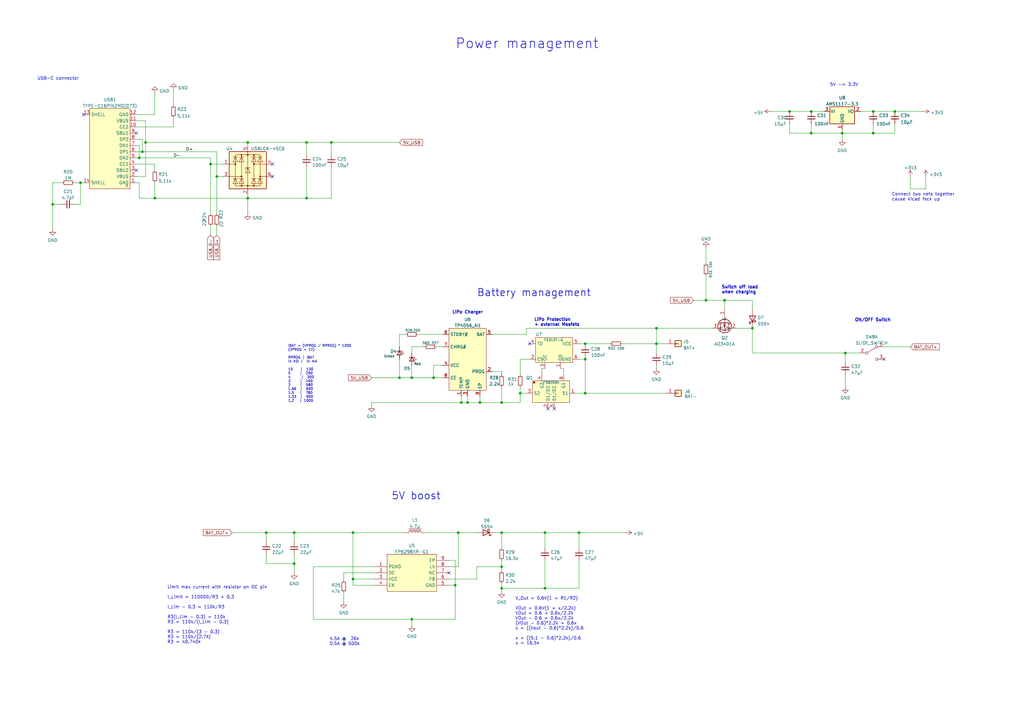
<source format=kicad_sch>
(kicad_sch (version 20211123) (generator eeschema)
  (paper "A3")
  (lib_symbols
    (symbol "Connector_Generic:Conn_01x01" (pin_names (offset 1.016) hide)
      (property "Reference" "J" (at 0 2.54 0))
      (property "Value" "Conn_01x01" (at 0 -2.54 0))
      (symbol "Conn_01x01_1_1"
        (rectangle (start -1.27 0.127) (end 0 -0.127) (stroke (width 0.1524)))
        (rectangle (start -1.27 1.27) (end 1.27 -1.27) (stroke (width 0.254)) (fill (type background)))
        (pin passive line (at -5.08 0 0) (length 3.81) (name "Pin_1") (number "1"))
      )
    )
    (symbol "D_Schottky_1" (pin_numbers hide) (pin_names (offset 1.016) hide)
      (property "Reference" "D" (at 0 2.54 0))
      (property "Value" "D_Schottky_1" (at 0 -2.54 0))
      (symbol "D_Schottky_1_0_1"
        (polyline (pts (xy 1.27 0) (xy -1.27 0)))
        (polyline (pts (xy 1.27 1.27) (xy 1.27 -1.27) (xy -1.27 0) (xy 1.27 1.27)) (stroke (width 0.254)))
        (polyline (pts (xy -1.905 0.635) (xy -1.905 1.27) (xy -1.27 1.27) (xy -1.27 -1.27) (xy -0.635 -1.27) (xy -0.635 -0.635)) (stroke (width 0.254)))
      )
      (symbol "D_Schottky_1_1_1"
        (pin passive line (at -3.81 0 0) (length 2.54) (name "K") (number "1"))
        (pin passive line (at 3.81 0 180) (length 2.54) (name "A") (number "2"))
      )
    )
    (symbol "Device:C_Small" (pin_numbers hide) (pin_names (offset 0.254) hide)
      (property "Reference" "C" (at 0.254 1.778 0))
      (property "Value" "C_Small" (at 0.254 -2.032 0))
      (symbol "C_Small_0_1"
        (polyline (pts (xy -1.524 -0.508) (xy 1.524 -0.508)) (stroke (width 0.3302)))
        (polyline (pts (xy -1.524 0.508) (xy 1.524 0.508)) (stroke (width 0.3048)))
      )
      (symbol "C_Small_1_1"
        (pin passive line (at 0 2.54 270) (length 2.032) (name "~") (number "1"))
        (pin passive line (at 0 -2.54 90) (length 2.032) (name "~") (number "2"))
      )
    )
    (symbol "Device:LED_Small" (pin_numbers hide) (pin_names (offset 0.254) hide)
      (property "Reference" "D" (at -1.27 3.175 0))
      (property "Value" "LED_Small" (at -4.445 -2.54 0))
      (symbol "LED_Small_0_1"
        (polyline (pts (xy -0.762 -1.016) (xy -0.762 1.016)) (stroke (width 0.254)))
        (polyline (pts (xy 1.016 0) (xy -0.762 0)))
        (polyline (pts (xy 0.762 -1.016) (xy -0.762 0) (xy 0.762 1.016) (xy 0.762 -1.016)) (stroke (width 0.254)))
        (polyline (pts (xy 0 0.762) (xy -0.508 1.27) (xy -0.254 1.27) (xy -0.508 1.27) (xy -0.508 1.016)))
        (polyline (pts (xy 0.508 1.27) (xy 0 1.778) (xy 0.254 1.778) (xy 0 1.778) (xy 0 1.524)))
      )
      (symbol "LED_Small_1_1"
        (pin passive line (at -2.54 0 0) (length 1.778) (name "K") (number "1"))
        (pin passive line (at 2.54 0 180) (length 1.778) (name "A") (number "2"))
      )
    )
    (symbol "Device:L_Iron" (pin_numbers hide) (pin_names (offset 1.016) hide)
      (property "Reference" "L" (at -1.27 0 90))
      (property "Value" "L_Iron" (at 2.794 0 90))
      (symbol "L_Iron_0_1"
        (arc (start 0 -2.54) (mid 0.635 -1.905) (end 0 -1.27))
        (arc (start 0 -1.27) (mid 0.635 -0.635) (end 0 0))
        (polyline (pts (xy 1.016 2.54) (xy 1.016 -2.54)))
        (polyline (pts (xy 1.524 -2.54) (xy 1.524 2.54)))
        (arc (start 0 0) (mid 0.635 0.635) (end 0 1.27))
        (arc (start 0 1.27) (mid 0.635 1.905) (end 0 2.54))
      )
      (symbol "L_Iron_1_1"
        (pin passive line (at 0 3.81 270) (length 1.27) (name "1") (number "1"))
        (pin passive line (at 0 -3.81 90) (length 1.27) (name "2") (number "2"))
      )
    )
    (symbol "Device:R_Small" (pin_numbers hide) (pin_names (offset 0.254) hide)
      (property "Reference" "R" (at 0.762 0.508 0))
      (property "Value" "R_Small" (at 0.762 -1.016 0))
      (symbol "R_Small_0_1"
        (rectangle (start -0.762 1.778) (end 0.762 -1.778) (stroke (width 0.2032)))
      )
      (symbol "R_Small_1_1"
        (pin passive line (at 0 2.54 270) (length 0.762) (name "~") (number "1"))
        (pin passive line (at 0 -2.54 90) (length 0.762) (name "~") (number "2"))
      )
    )
    (symbol "LCSC_Lib:FP6298XR-G1"
      (property "Reference" "U" (at 0 10.16 0))
      (property "Value" "FP6298XR-G1" (at 0 -10.16 0))
      (symbol "FP6298XR-G1_0_1"
        (rectangle (start -10.16 7.62) (end 10.16 -7.62) (fill (type background)))
        (pin unspecified line (at -15.24 2.54 0) (length 5.08) (name "PGND") (number "1"))
        (pin unspecified line (at -15.24 0 0) (length 5.08) (name "OC") (number "2"))
        (pin unspecified line (at -15.24 -2.54 0) (length 5.08) (name "VCC") (number "3"))
        (pin unspecified line (at -15.24 -5.08 0) (length 5.08) (name "EN") (number "4"))
        (pin unspecified line (at 15.24 -5.08 180) (length 5.08) (name "GND") (number "5"))
        (pin unspecified line (at 15.24 -2.54 180) (length 5.08) (name "FB") (number "6"))
        (pin unspecified line (at 15.24 0 180) (length 5.08) (name "NC") (number "7"))
        (pin unspecified line (at 15.24 2.54 180) (length 5.08) (name "LX") (number "8"))
        (pin unspecified line (at 15.24 5.08 180) (length 5.08) (name "EP") (number "9"))
      )
    )
    (symbol "LCSC_Lib:TYPE-C16PIN2MD(073)"
      (property "Reference" "USB" (at 0 19.05 0))
      (property "Value" "TYPE-C 16PIN 2MD(073)" (at 0 -19.05 0))
      (symbol "TYPE-C16PIN2MD(073)_0_1"
        (rectangle (start -8.89 16.51) (end 7.62 -16.51) (fill (type background)))
        (circle (center -7.62 15.24) (radius 0.38))
        (pin unspecified line (at -11.43 13.97 0) (length 2.54) (name "GND") (number "1"))
        (pin unspecified line (at -11.43 -8.89 0) (length 2.54) (name "CC2") (number "10"))
        (pin unspecified line (at -11.43 -11.43 0) (length 2.54) (name "VBUS") (number "11"))
        (pin unspecified line (at -11.43 -13.97 0) (length 2.54) (name "GND") (number "12"))
        (pin unspecified line (at 10.16 -13.97 180) (length 2.54) (name "SHELL") (number "13"))
        (pin unspecified line (at 10.16 13.97 180) (length 2.54) (name "SHELL") (number "14"))
        (pin unspecified line (at -11.43 11.43 0) (length 2.54) (name "VBUS") (number "2"))
        (pin unspecified line (at -11.43 8.89 0) (length 2.54) (name "SBU2") (number "3"))
        (pin unspecified line (at -11.43 6.35 0) (length 2.54) (name "CC1") (number "4"))
        (pin unspecified line (at -11.43 3.81 0) (length 2.54) (name "DN2") (number "5"))
        (pin unspecified line (at -11.43 1.27 0) (length 2.54) (name "DP1") (number "6"))
        (pin unspecified line (at -11.43 -1.27 0) (length 2.54) (name "DN1") (number "7"))
        (pin unspecified line (at -11.43 -3.81 0) (length 2.54) (name "DP2") (number "8"))
        (pin unspecified line (at -11.43 -6.35 0) (length 2.54) (name "SBU1") (number "9"))
      )
    )
    (symbol "Power_Protection:USBLC6-4SC6" (pin_names hide)
      (property "Reference" "U" (at 2.54 8.89 0))
      (property "Value" "USBLC6-4SC6" (at 2.54 -8.89 0))
      (symbol "USBLC6-4SC6_0_1"
        (rectangle (start -7.62 -7.62) (end 7.62 7.62) (stroke (width 0.254)) (fill (type background)))
        (circle (center -5.08 2.54) (radius 0.254) (fill (type outline)))
        (circle (center -2.54 -6.35) (radius 0.254) (fill (type outline)))
        (circle (center -2.54 -2.54) (radius 0.254) (fill (type outline)))
        (circle (center -2.54 6.35) (radius 0.254) (fill (type outline)))
        (rectangle (start -2.54 6.35) (end 2.54 -6.35))
        (circle (center 0 -6.35) (radius 0.254) (fill (type outline)))
        (polyline (pts (xy -5.08 2.54) (xy -7.62 2.54)))
        (polyline (pts (xy -4.064 -3.429) (xy -6.096 -3.429)))
        (polyline (pts (xy -4.064 5.461) (xy -6.096 5.461)))
        (polyline (pts (xy -2.54 -2.54) (xy -7.62 -2.54)))
        (polyline (pts (xy -1.524 -3.429) (xy -3.556 -3.429)))
        (polyline (pts (xy -1.524 5.461) (xy -3.556 5.461)))
        (polyline (pts (xy 0 -7.62) (xy 0 -6.35)))
        (polyline (pts (xy 0 -6.35) (xy 0 1.27)))
        (polyline (pts (xy 0 1.27) (xy 0 6.35)))
        (polyline (pts (xy 0 6.35) (xy 0 7.62)))
        (polyline (pts (xy 1.524 -3.429) (xy 3.556 -3.429)))
        (polyline (pts (xy 1.524 5.461) (xy 3.556 5.461)))
        (polyline (pts (xy 2.54 2.54) (xy 7.62 2.54)))
        (polyline (pts (xy 4.064 -3.429) (xy 6.096 -3.429)))
        (polyline (pts (xy 4.064 5.461) (xy 6.096 5.461)))
        (polyline (pts (xy 5.08 -2.54) (xy 7.62 -2.54)))
        (polyline (pts (xy -6.096 -5.461) (xy -4.064 -5.461) (xy -5.08 -3.429) (xy -6.096 -5.461)))
        (polyline (pts (xy -6.096 3.429) (xy -4.064 3.429) (xy -5.08 5.461) (xy -6.096 3.429)))
        (polyline (pts (xy -3.556 -5.461) (xy -1.524 -5.461) (xy -2.54 -3.429) (xy -3.556 -5.461)))
        (polyline (pts (xy -3.556 3.429) (xy -1.524 3.429) (xy -2.54 5.461) (xy -3.556 3.429)))
        (polyline (pts (xy -2.54 6.35) (xy -5.08 6.35) (xy -5.08 -6.35) (xy -2.54 -6.35)))
        (polyline (pts (xy -1.016 -1.016) (xy 1.016 -1.016) (xy 0 1.016) (xy -1.016 -1.016)))
        (polyline (pts (xy 1.016 1.016) (xy 0.762 1.016) (xy -1.016 1.016) (xy -1.016 0.508)))
        (polyline (pts (xy 2.54 6.35) (xy 5.08 6.35) (xy 5.08 -6.35) (xy 2.54 -6.35)))
        (polyline (pts (xy 3.556 -5.461) (xy 1.524 -5.461) (xy 2.54 -3.429) (xy 3.556 -5.461)))
        (polyline (pts (xy 3.556 3.429) (xy 1.524 3.429) (xy 2.54 5.461) (xy 3.556 3.429)))
        (polyline (pts (xy 6.096 -5.461) (xy 4.064 -5.461) (xy 5.08 -3.429) (xy 6.096 -5.461)))
        (polyline (pts (xy 6.096 3.429) (xy 4.064 3.429) (xy 5.08 5.461) (xy 6.096 3.429)))
        (circle (center 0 6.35) (radius 0.254) (fill (type outline)))
        (circle (center 2.54 -6.35) (radius 0.254) (fill (type outline)))
        (circle (center 2.54 2.54) (radius 0.254) (fill (type outline)))
        (circle (center 2.54 6.35) (radius 0.254) (fill (type outline)))
        (circle (center 5.08 -2.54) (radius 0.254) (fill (type outline)))
      )
      (symbol "USBLC6-4SC6_1_1"
        (pin passive line (at -10.16 2.54 0) (length 2.54) (name "I/O1") (number "1"))
        (pin passive line (at 0 -10.16 90) (length 2.54) (name "GND") (number "2"))
        (pin passive line (at -10.16 -2.54 0) (length 2.54) (name "I/O2") (number "3"))
        (pin passive line (at 10.16 2.54 180) (length 2.54) (name "I/O3") (number "4"))
        (pin passive line (at 0 10.16 270) (length 2.54) (name "VBUS") (number "5"))
        (pin passive line (at 10.16 -2.54 180) (length 2.54) (name "I/O4") (number "6"))
      )
    )
    (symbol "Regulator_Linear:AMS1117-3.3" (pin_names (offset 0.254))
      (property "Reference" "U" (at -3.81 3.175 0))
      (property "Value" "AMS1117-3.3" (at 0 3.175 0))
      (symbol "AMS1117-3.3_0_1"
        (rectangle (start -5.08 -5.08) (end 5.08 1.905) (stroke (width 0.254)) (fill (type background)))
      )
      (symbol "AMS1117-3.3_1_1"
        (pin power_in line (at 0 -7.62 90) (length 2.54) (name "GND") (number "1"))
        (pin power_out line (at 7.62 0 180) (length 2.54) (name "VO") (number "2"))
        (pin power_in line (at -7.62 0 0) (length 2.54) (name "VI") (number "3"))
      )
    )
    (symbol "SpielBoiSymLib:DW01"
      (property "Reference" "U?" (at 0 3.649 0))
      (property "Value" "FS312F-G" (at 0 1.1121 0))
      (symbol "DW01_0_1"
        (rectangle (start -7.62 0) (end 7.62 -10.16) (stroke (width 0.1524)) (fill (type background)))
      )
      (symbol "DW01_1_1"
        (pin input line (at 2.54 -12.7 90) (length 2.54) (name "OD") (number "1"))
        (pin input line (at -10.16 -8.89 0) (length 2.54) (name "CS") (number "2"))
        (pin input line (at -3.81 -12.7 90) (length 2.54) (name "OC") (number "3"))
        (pin input line (at -10.16 -2.54 0) (length 2.54) (name "TD") (number "4"))
        (pin input line (at 10.16 -2.54 180) (length 2.54) (name "VCC") (number "5"))
        (pin input line (at 10.16 -8.89 180) (length 2.54) (name "GND") (number "6"))
      )
    )
    (symbol "SpielBoiSymLib:FS8205A"
      (property "Reference" "Q?" (at -8.89 1.27 0))
      (property "Value" "FS8205A" (at 0 -0.635 0))
      (symbol "FS8205A_0_1"
        (circle (center -6.985 -0.635) (radius 0.3708) (stroke (width 0.1524)) (fill (type outline)))
        (rectangle (start 7.62 0) (end -7.62 -8.89) (stroke (width 0.1524)) (fill (type background)))
      )
      (symbol "FS8205A_1_1"
        (pin input line (at 10.16 -5.08 180) (length 2.54) (name "S1") (number "1"))
        (pin input line (at -1.27 -11.43 90) (length 2.54) (name "D1/D2") (number "2"))
        (pin input line (at -10.16 -5.08 0) (length 2.54) (name "S2") (number "3"))
        (pin input line (at -3.81 2.54 270) (length 2.54) (name "G2") (number "4"))
        (pin input line (at 1.27 -11.43 90) (length 2.54) (name "D1/D2") (number "5"))
        (pin input line (at 5.08 2.54 270) (length 2.54) (name "G1") (number "6"))
      )
    )
    (symbol "SpielBoiSymLib:TP4056_Alt"
      (property "Reference" "U" (at -6.35 1.27 0))
      (property "Value" "TP4056_Alt" (at 3.4767 1.2539 0))
      (symbol "TP4056_Alt_0_1"
        (rectangle (start -7.62 0) (end 7.62 -25.4) (stroke (width 0.1524)) (fill (type background)))
      )
      (symbol "TP4056_Alt_1_1"
        (pin input line (at -2.54 -27.94 90) (length 2.54) (name "TEMP") (number "1"))
        (pin input line (at 10.16 -17.78 180) (length 2.54) (name "PROG") (number "2"))
        (pin power_in line (at 0 -27.94 90) (length 2.54) (name "GND") (number "3"))
        (pin power_in line (at -10.16 -15.24 0) (length 2.54) (name "VCC") (number "4"))
        (pin input line (at 10.16 -2.54 180) (length 2.54) (name "BAT") (number "5"))
        (pin input line (at -10.16 -2.54 0) (length 2.54) (name "STDBY#") (number "6"))
        (pin input line (at -10.16 -7.62 0) (length 2.54) (name "CHRG#") (number "7"))
        (pin input line (at -10.16 -20.32 0) (length 2.54) (name "CE") (number "8"))
        (pin input line (at 5.08 -27.94 90) (length 2.54) (name "EP") (number "9"))
      )
    )
    (symbol "Switch:SW_DPDT_x2" (pin_names (offset 0) hide)
      (property "Reference" "SW" (at 0 4.318 0))
      (property "Value" "SW_DPDT_x2" (at 0 -5.08 0))
      (symbol "SW_DPDT_x2_0_0"
        (circle (center -2.032 0) (radius 0.508))
        (circle (center 2.032 -2.54) (radius 0.508))
      )
      (symbol "SW_DPDT_x2_0_1"
        (polyline (pts (xy -1.524 0.254) (xy 1.651 2.286)))
        (circle (center 2.032 2.54) (radius 0.508))
      )
      (symbol "SW_DPDT_x2_1_1"
        (pin passive line (at 5.08 2.54 180) (length 2.54) (name "A") (number "1"))
        (pin passive line (at -5.08 0 0) (length 2.54) (name "B") (number "2"))
        (pin passive line (at 5.08 -2.54 180) (length 2.54) (name "C") (number "3"))
      )
      (symbol "SW_DPDT_x2_2_1"
        (pin passive line (at 5.08 2.54 180) (length 2.54) (name "A") (number "4"))
        (pin passive line (at -5.08 0 0) (length 2.54) (name "B") (number "5"))
        (pin passive line (at 5.08 -2.54 180) (length 2.54) (name "C") (number "6"))
      )
    )
    (symbol "Transistor_FET:AO3401A"
      (property "Reference" "Q" (at 5.08 1.905 0))
      (property "Value" "AO3401A" (at 5.08 0 0))
      (symbol "AO3401A_0_1"
        (polyline (pts (xy 0.254 0) (xy -2.54 0)))
        (polyline (pts (xy 0.254 1.905) (xy 0.254 -1.905)) (stroke (width 0.254)))
        (polyline (pts (xy 0.762 -1.27) (xy 0.762 -2.286)) (stroke (width 0.254)))
        (polyline (pts (xy 0.762 0.508) (xy 0.762 -0.508)) (stroke (width 0.254)))
        (polyline (pts (xy 0.762 2.286) (xy 0.762 1.27)) (stroke (width 0.254)))
        (polyline (pts (xy 2.54 2.54) (xy 2.54 1.778)))
        (polyline (pts (xy 2.54 -2.54) (xy 2.54 0) (xy 0.762 0)))
        (polyline (pts (xy 0.762 1.778) (xy 3.302 1.778) (xy 3.302 -1.778) (xy 0.762 -1.778)))
        (polyline (pts (xy 2.286 0) (xy 1.27 0.381) (xy 1.27 -0.381) (xy 2.286 0)) (fill (type outline)))
        (polyline (pts (xy 2.794 -0.508) (xy 2.921 -0.381) (xy 3.683 -0.381) (xy 3.81 -0.254)))
        (polyline (pts (xy 3.302 -0.381) (xy 2.921 0.254) (xy 3.683 0.254) (xy 3.302 -0.381)))
        (circle (center 1.651 0) (radius 2.794) (stroke (width 0.254)))
        (circle (center 2.54 -1.778) (radius 0.254) (fill (type outline)))
        (circle (center 2.54 1.778) (radius 0.254) (fill (type outline)))
      )
      (symbol "AO3401A_1_1"
        (pin input line (at -5.08 0 0) (length 2.54) (name "G") (number "1"))
        (pin passive line (at 2.54 -5.08 90) (length 2.54) (name "S") (number "2"))
        (pin passive line (at 2.54 5.08 270) (length 2.54) (name "D") (number "3"))
      )
    )
    (symbol "power:+3.3V" (power) (pin_names (offset 0))
      (property "Value" "+3.3V" (at 0 3.556 0))
      (symbol "+3.3V_0_1"
        (polyline (pts (xy -0.762 1.27) (xy 0 2.54)))
        (polyline (pts (xy 0 0) (xy 0 2.54)))
        (polyline (pts (xy 0 2.54) (xy 0.762 1.27)))
      )
      (symbol "+3.3V_1_1"
        (pin power_in line (at 0 0 90) (length 0) hide (name "+3V3") (number "1"))
      )
    )
    (symbol "power:+3V3" (power) (pin_names (offset 0))
      (property "Value" "+3V3" (at 0 3.556 0))
      (symbol "+3V3_0_1"
        (polyline (pts (xy -0.762 1.27) (xy 0 2.54)))
        (polyline (pts (xy 0 0) (xy 0 2.54)))
        (polyline (pts (xy 0 2.54) (xy 0.762 1.27)))
      )
      (symbol "+3V3_1_1"
        (pin power_in line (at 0 0 90) (length 0) hide (name "+3V3") (number "1"))
      )
    )
    (symbol "power:+5V" (power) (pin_names (offset 0))
      (property "Value" "+5V" (at 0 3.556 0))
      (symbol "+5V_0_1"
        (polyline (pts (xy -0.762 1.27) (xy 0 2.54)))
        (polyline (pts (xy 0 0) (xy 0 2.54)))
        (polyline (pts (xy 0 2.54) (xy 0.762 1.27)))
      )
      (symbol "+5V_1_1"
        (pin power_in line (at 0 0 90) (length 0) hide (name "+5V") (number "1"))
      )
    )
    (symbol "power:GND" (power) (pin_names (offset 0))
      (property "Value" "GND" (at 0 -3.81 0))
      (symbol "GND_0_1"
        (polyline (pts (xy 0 0) (xy 0 -1.27) (xy 1.27 -1.27) (xy 0 -2.54) (xy -1.27 -1.27) (xy 0 -1.27)))
      )
      (symbol "GND_1_1"
        (pin power_in line (at 0 0 270) (length 0) hide (name "GND") (number "1"))
      )
    )
  )
  (junction (at 120.65 218.44))
  (junction (at 135.89 58.42))
  (junction (at 63.5 81.28))
  (junction (at 345.44 54.61))
  (junction (at 367.03 45.72))
  (junction (at 168.91 254))
  (junction (at 33.02 74.93))
  (junction (at 168.91 154.94))
  (junction (at 332.74 45.72))
  (junction (at 57.15 64.77))
  (junction (at 289.56 123.19))
  (junction (at 213.36 161.29))
  (junction (at 125.73 58.42))
  (junction (at 144.78 237.49))
  (junction (at 186.69 240.03))
  (junction (at 269.24 140.97))
  (junction (at 240.03 147.32))
  (junction (at 205.74 232.41))
  (junction (at 187.96 218.44))
  (junction (at 120.65 231.14))
  (junction (at 191.77 165.1))
  (junction (at 332.74 54.61))
  (junction (at 240.03 161.29))
  (junction (at 88.9 72.39))
  (junction (at 223.52 241.3))
  (junction (at 308.61 134.62))
  (junction (at 125.73 81.28))
  (junction (at 358.14 45.72))
  (junction (at 297.18 123.19))
  (junction (at 323.85 45.72))
  (junction (at 269.24 134.62))
  (junction (at 205.74 241.3))
  (junction (at 144.78 218.44))
  (junction (at 205.74 165.1))
  (junction (at 109.22 218.44))
  (junction (at 240.03 140.97))
  (junction (at 101.6 81.28))
  (junction (at 177.8 154.94))
  (junction (at 58.42 62.23))
  (junction (at 163.83 154.94))
  (junction (at 358.14 54.61))
  (junction (at 189.23 165.1))
  (junction (at 86.36 67.31))
  (junction (at 237.49 218.44))
  (junction (at 196.85 165.1))
  (junction (at 346.71 144.78))
  (junction (at 21.59 83.82))
  (junction (at 205.74 218.44))
  (junction (at 59.69 58.42))
  (junction (at 101.6 58.42))
  (junction (at 223.52 218.44))
  (no_connect (at 55.88 54.61))
  (no_connect (at 362.585 147.32))
  (no_connect (at 111.76 72.39))
  (no_connect (at 111.76 67.31))
  (no_connect (at 34.29 46.99))
  (no_connect (at 217.17 140.97))
  (no_connect (at 227.33 167.64))
  (no_connect (at 55.88 69.85))
  (no_connect (at 224.79 167.64))
  (no_connect (at 184.15 234.95))
  (wire (pts (xy 332.74 45.72) (xy 337.82 45.72)))
  (wire (pts (xy 186.69 240.03) (xy 186.69 254)))
  (wire (pts (xy 152.4 154.94) (xy 163.83 154.94)))
  (wire (pts (xy 240.03 140.97) (xy 240.0299 141.4609)))
  (wire (pts (xy 30.48 74.93) (xy 33.02 74.93)))
  (wire (pts (xy 140.97 234.95) (xy 153.67 234.95)))
  (wire (pts (xy 144.78 218.44) (xy 144.78 237.49)))
  (wire (pts (xy 240.03 140.97) (xy 250.19 140.97)))
  (wire (pts (xy 187.96 218.44) (xy 195.58 218.44)))
  (wire (pts (xy 86.36 67.31) (xy 91.44 67.31)))
  (wire (pts (xy 63.5 81.28) (xy 101.6 81.28)))
  (wire (pts (xy 358.14 45.72) (xy 367.03 45.72)))
  (wire (pts (xy 213.36 147.32) (xy 213.36 153.67)))
  (wire (pts (xy 302.26 134.62) (xy 308.61 134.62)))
  (wire (pts (xy 109.22 231.14) (xy 120.65 231.14)))
  (wire (pts (xy 33.02 74.93) (xy 34.29 74.93)))
  (wire (pts (xy 88.9 72.39) (xy 91.44 72.39)))
  (wire (pts (xy 125.73 58.42) (xy 125.73 63.5)))
  (wire (pts (xy 346.71 144.78) (xy 346.71 148.59)))
  (wire (pts (xy 101.6 58.42) (xy 125.73 58.42)))
  (wire (pts (xy 323.85 54.61) (xy 332.74 54.61)))
  (wire (pts (xy 223.52 151.13) (xy 222.25 151.13)))
  (wire (pts (xy 358.14 50.8) (xy 358.14 54.61)))
  (wire (pts (xy 55.88 59.69) (xy 57.15 59.69)))
  (wire (pts (xy 128.524 254) (xy 168.91 254)))
  (wire (pts (xy 205.74 224.79) (xy 205.74 218.44)))
  (wire (pts (xy 186.69 229.87) (xy 186.69 240.03)))
  (wire (pts (xy 21.59 83.82) (xy 25.4 83.82)))
  (wire (pts (xy 205.74 239.268) (xy 205.74 241.3)))
  (wire (pts (xy 71.12 36.83) (xy 71.12 43.18)))
  (wire (pts (xy 205.74 158.75) (xy 205.74 165.1)))
  (wire (pts (xy 109.22 218.44) (xy 109.22 222.25)))
  (wire (pts (xy 152.4 166.37) (xy 152.4 165.1)))
  (wire (pts (xy 205.74 152.4) (xy 205.74 153.67)))
  (wire (pts (xy 101.6 80.01) (xy 101.6 81.28)))
  (wire (pts (xy 205.74 165.1) (xy 196.85 165.1)))
  (wire (pts (xy 289.56 101.6) (xy 289.56 107.95)))
  (wire (pts (xy 71.12 52.07) (xy 55.88 52.07)))
  (wire (pts (xy 144.78 240.03) (xy 144.78 237.49)))
  (wire (pts (xy 59.69 58.42) (xy 101.6 58.42)))
  (wire (pts (xy 201.93 152.4) (xy 205.74 152.4)))
  (wire (pts (xy 59.69 58.42) (xy 59.69 72.39)))
  (wire (pts (xy 205.74 229.87) (xy 205.74 232.41)))
  (wire (pts (xy 308.61 123.19) (xy 297.18 123.19)))
  (wire (pts (xy 135.89 58.42) (xy 135.89 63.5)))
  (wire (pts (xy 120.65 222.25) (xy 120.65 218.44)))
  (wire (pts (xy 237.49 224.79) (xy 237.49 218.44)))
  (wire (pts (xy 71.12 48.26) (xy 71.12 52.07)))
  (wire (pts (xy 63.5 38.1) (xy 63.5 46.99)))
  (wire (pts (xy 177.8 149.86) (xy 177.8 154.94)))
  (wire (pts (xy 284.48 123.19) (xy 289.56 123.19)))
  (wire (pts (xy 33.02 83.82) (xy 33.02 74.93)))
  (wire (pts (xy 166.37 137.16) (xy 163.83 137.16)))
  (wire (pts (xy 88.9 62.23) (xy 88.9 72.39)))
  (wire (pts (xy 168.91 149.86) (xy 168.91 154.94)))
  (wire (pts (xy 231.14 151.13) (xy 231.14 153.67)))
  (wire (pts (xy 21.59 74.93) (xy 21.59 83.82)))
  (wire (pts (xy 213.36 161.29) (xy 213.36 165.1)))
  (wire (pts (xy 171.45 137.16) (xy 181.61 137.16)))
  (wire (pts (xy 101.6 81.28) (xy 125.73 81.28)))
  (wire (pts (xy 63.5 69.85) (xy 63.5 67.31)))
  (wire (pts (xy 222.25 151.13) (xy 222.25 153.67)))
  (wire (pts (xy 229.87 151.13) (xy 231.14 151.13)))
  (wire (pts (xy 223.52 224.79) (xy 223.52 218.44)))
  (wire (pts (xy 205.74 241.3) (xy 205.74 242.57)))
  (wire (pts (xy 140.97 243.078) (xy 140.97 246.888)))
  (wire (pts (xy 120.65 218.44) (xy 109.22 218.44)))
  (wire (pts (xy 203.2 218.44) (xy 205.74 218.44)))
  (wire (pts (xy 289.56 123.19) (xy 297.18 123.19)))
  (wire (pts (xy 58.42 62.23) (xy 88.9 62.23)))
  (wire (pts (xy 316.23 45.72) (xy 323.85 45.72)))
  (wire (pts (xy 217.17 147.32) (xy 213.36 147.32)))
  (wire (pts (xy 55.88 49.53) (xy 59.69 49.53)))
  (wire (pts (xy 308.61 144.78) (xy 346.71 144.78)))
  (wire (pts (xy 109.22 227.33) (xy 109.22 231.14)))
  (wire (pts (xy 63.5 67.31) (xy 55.88 67.31)))
  (wire (pts (xy 195.58 237.49) (xy 195.58 232.41)))
  (wire (pts (xy 168.91 154.94) (xy 177.8 154.94)))
  (wire (pts (xy 57.15 74.93) (xy 57.15 81.28)))
  (wire (pts (xy 144.78 237.49) (xy 153.67 237.49)))
  (wire (pts (xy 86.36 67.31) (xy 86.36 87.63)))
  (wire (pts (xy 55.88 57.15) (xy 58.42 57.15)))
  (wire (pts (xy 237.49 140.97) (xy 240.03 140.97)))
  (wire (pts (xy 55.88 64.77) (xy 57.15 64.77)))
  (wire (pts (xy 63.5 81.28) (xy 57.15 81.28)))
  (wire (pts (xy 179.07 142.24) (xy 181.61 142.24)))
  (wire (pts (xy 59.69 49.53) (xy 59.69 58.42)))
  (wire (pts (xy 323.85 50.8) (xy 323.85 54.61)))
  (wire (pts (xy 168.91 254) (xy 168.91 256.54)))
  (wire (pts (xy 58.42 57.15) (xy 58.42 62.23)))
  (wire (pts (xy 240.03 147.32) (xy 237.49 147.32)))
  (wire (pts (xy 215.9 134.62) (xy 269.24 134.62)))
  (wire (pts (xy 120.65 227.33) (xy 120.65 231.14)))
  (wire (pts (xy 195.58 232.41) (xy 205.74 232.41)))
  (wire (pts (xy 191.77 165.1) (xy 189.23 165.1)))
  (wire (pts (xy 255.27 140.97) (xy 269.24 140.97)))
  (wire (pts (xy 173.99 142.24) (xy 168.91 142.24)))
  (wire (pts (xy 213.36 161.29) (xy 215.9 161.29)))
  (wire (pts (xy 289.56 123.19) (xy 289.56 113.03)))
  (wire (pts (xy 163.83 154.94) (xy 168.91 154.94)))
  (wire (pts (xy 205.74 218.44) (xy 223.52 218.44)))
  (wire (pts (xy 135.89 68.58) (xy 135.89 81.28)))
  (wire (pts (xy 125.73 58.42) (xy 135.89 58.42)))
  (wire (pts (xy 237.49 241.3) (xy 223.52 241.3)))
  (wire (pts (xy 187.96 218.44) (xy 187.96 232.41)))
  (wire (pts (xy 223.52 218.44) (xy 237.49 218.44)))
  (wire (pts (xy 153.67 232.41) (xy 128.524 232.41)))
  (wire (pts (xy 367.03 50.8) (xy 367.03 54.61)))
  (wire (pts (xy 120.65 218.44) (xy 144.78 218.44)))
  (wire (pts (xy 358.14 54.61) (xy 345.44 54.61)))
  (wire (pts (xy 237.49 218.44) (xy 256.54 218.44)))
  (wire (pts (xy 269.24 134.62) (xy 269.24 140.97)))
  (wire (pts (xy 168.91 142.24) (xy 168.91 144.78)))
  (wire (pts (xy 205.74 232.41) (xy 205.74 234.188)))
  (wire (pts (xy 196.85 165.1) (xy 191.77 165.1)))
  (wire (pts (xy 184.15 229.87) (xy 186.69 229.87)))
  (wire (pts (xy 181.61 149.86) (xy 177.8 149.86)))
  (wire (pts (xy 21.59 74.93) (xy 25.4 74.93)))
  (wire (pts (xy 21.59 83.82) (xy 21.59 93.98)))
  (wire (pts (xy 101.6 81.28) (xy 101.6 87.63)))
  (wire (pts (xy 152.4 165.1) (xy 189.23 165.1)))
  (wire (pts (xy 213.36 165.1) (xy 205.74 165.1)))
  (wire (pts (xy 196.85 162.56) (xy 196.85 165.1)))
  (wire (pts (xy 189.23 165.1) (xy 189.23 162.56)))
  (wire (pts (xy 379.73 72.39) (xy 379.73 77.47)))
  (wire (pts (xy 379.73 77.47) (xy 373.38 77.47)))
  (wire (pts (xy 323.85 45.72) (xy 332.74 45.72)))
  (wire (pts (xy 308.61 127) (xy 308.61 123.19)))
  (wire (pts (xy 367.03 54.61) (xy 358.14 54.61)))
  (wire (pts (xy 177.8 154.94) (xy 181.61 154.94)))
  (wire (pts (xy 269.24 134.62) (xy 292.1 134.62)))
  (wire (pts (xy 57.15 64.77) (xy 86.36 64.77)))
  (wire (pts (xy 240.0299 146.5409) (xy 240.03 147.32)))
  (wire (pts (xy 163.83 147.32) (xy 163.83 154.94)))
  (wire (pts (xy 223.52 229.87) (xy 223.52 241.3)))
  (wire (pts (xy 191.77 162.56) (xy 191.77 165.1)))
  (wire (pts (xy 168.91 254) (xy 186.69 254)))
  (wire (pts (xy 58.42 62.23) (xy 55.88 62.23)))
  (wire (pts (xy 332.74 50.8) (xy 332.74 54.61)))
  (wire (pts (xy 373.38 77.47) (xy 373.38 72.39)))
  (wire (pts (xy 140.97 237.998) (xy 140.97 234.95)))
  (wire (pts (xy 215.9 137.16) (xy 215.9 134.62)))
  (wire (pts (xy 173.99 218.44) (xy 187.96 218.44)))
  (wire (pts (xy 362.585 142.24) (xy 373.38 142.24)))
  (wire (pts (xy 240.03 161.29) (xy 273.05 161.29)))
  (wire (pts (xy 237.49 229.87) (xy 237.49 241.3)))
  (wire (pts (xy 223.52 241.3) (xy 205.74 241.3)))
  (wire (pts (xy 332.74 54.61) (xy 345.44 54.61)))
  (wire (pts (xy 236.22 161.29) (xy 240.03 161.29)))
  (wire (pts (xy 153.67 240.03) (xy 144.78 240.03)))
  (wire (pts (xy 63.5 74.93) (xy 63.5 81.28)))
  (wire (pts (xy 269.24 149.86) (xy 269.24 151.13)))
  (wire (pts (xy 352.425 144.78) (xy 346.71 144.78)))
  (wire (pts (xy 163.83 137.16) (xy 163.83 142.24)))
  (wire (pts (xy 128.524 232.41) (xy 128.524 254)))
  (wire (pts (xy 269.24 140.97) (xy 273.05 140.97)))
  (wire (pts (xy 184.15 232.41) (xy 187.96 232.41)))
  (wire (pts (xy 88.9 72.39) (xy 88.9 87.63)))
  (wire (pts (xy 101.6 58.42) (xy 101.6 59.69)))
  (wire (pts (xy 353.06 45.72) (xy 358.14 45.72)))
  (wire (pts (xy 55.88 72.39) (xy 59.69 72.39)))
  (wire (pts (xy 184.15 240.03) (xy 186.69 240.03)))
  (wire (pts (xy 345.44 54.61) (xy 345.44 57.15)))
  (wire (pts (xy 297.18 123.19) (xy 297.18 127)))
  (wire (pts (xy 135.89 81.28) (xy 125.73 81.28)))
  (wire (pts (xy 95.25 218.44) (xy 109.22 218.44)))
  (wire (pts (xy 55.88 74.93) (xy 57.15 74.93)))
  (wire (pts (xy 86.36 64.77) (xy 86.36 67.31)))
  (wire (pts (xy 346.71 153.67) (xy 346.71 158.75)))
  (wire (pts (xy 184.15 237.49) (xy 195.58 237.49)))
  (wire (pts (xy 213.36 158.75) (xy 213.36 161.29)))
  (wire (pts (xy 269.24 140.97) (xy 269.24 144.78)))
  (wire (pts (xy 88.9 92.71) (xy 88.9 96.52)))
  (wire (pts (xy 30.48 83.82) (xy 33.02 83.82)))
  (wire (pts (xy 345.44 53.34) (xy 345.44 54.61)))
  (wire (pts (xy 125.73 68.58) (xy 125.73 81.28)))
  (wire (pts (xy 308.61 144.78) (xy 308.61 134.62)))
  (wire (pts (xy 86.36 92.71) (xy 86.36 96.52)))
  (wire (pts (xy 57.15 59.69) (xy 57.15 64.77)))
  (wire (pts (xy 201.93 137.16) (xy 215.9 137.16)))
  (wire (pts (xy 240.03 161.29) (xy 240.03 147.32)))
  (wire (pts (xy 120.65 231.14) (xy 120.65 234.95)))
  (polyline (pts (xy 346.71 144.78) (xy 346.71 145.415)))
  (wire (pts (xy 144.78 218.44) (xy 166.37 218.44)))
  (wire (pts (xy 55.88 46.99) (xy 63.5 46.99)))
  (wire (pts (xy 135.89 58.42) (xy 163.83 58.42)))
  (wire (pts (xy 367.03 45.72) (xy 378.46 45.72)))
  (text "ON/OFF Switch" (at 350.52 132.08 0) (effects (font (size 1.27 1.27) (thickness 0.254) bold) (justify left bottom)))
  (text "Battery management" (at 195.58 121.92 0) (effects (font (size 3 3) (thickness 0.254) bold) (justify left bottom)))
  (text "Switch off load\nwhen charging" (at 295.91 120.65 0) (effects (font (size 1.27 1.27) (thickness 0.254) bold) (justify left bottom)))
  (text "V_Out = 0.6V(1 + R1/R2)\n\nVOut = 0.6V(1 + x/2.2k)\nVOut = 0.6 + 0.6x/2.2k\nVOut - 0.6 = 0.6x/2.2k\n(VOut - 0.6)*2.2k = 0.6x\nx = ((Vout - 0.6)*2.2k)/0.6\n\nx = ((5.1 - 0.6)*2.2k)/0.6\nx = 16.5k" (at 211.328 264.668 0) (effects (font (size 1.27 1.27)) (justify left bottom)))
  (text "Connect two nets together\ncause kicad fsck up" (at 365.76 82.55 0) (effects (font (size 1.27 1.27)) (justify left bottom)))
  (text "5V boost" (at 160.528 205.232 0) (effects (font (size 3 3) (thickness 0.254) bold) (justify left bottom)))
  (text "USB-C connector" (at 15.24 33.02 0) (effects (font (size 1.27 1.27)) (justify left bottom)))
  (text "Power management\n" (at 186.69 20.32 0) (effects (font (size 4 4) (thickness 0.254) bold) (justify left bottom)))
  (text "5V -> 3.3V" (at 340.36 35.56 0) (effects (font (size 1.27 1.27)) (justify left bottom)))
  (text "LiPo Protection\n+ external Mosfets\n" (at 219.075 133.985 0) (effects (font (size 1.27 1.27) (thickness 0.254) bold) (justify left bottom)))
  (text "LiPo Charger" (at 185.42 128.905 0) (effects (font (size 1.27 1.27) (thickness 0.254) bold) (justify left bottom)))
  (text "4.5A @  26k\n0.5A @ 500k" (at 135.128 264.922 0) (effects (font (size 1.27 1.27)) (justify left bottom)))
  (text "Limit max current with resistor on OC pin\n\nI_Limit = 110000/R3 + 0.3\n\nI_Lim - 0.3 = 110k/R3\n\nR3(I_Lim - 0.3) = 110k\nR3 = 110k/(I_Lim - 0.3)\n\nR3 = 110k/(3 - 0.3)\nR3 = 110k/(2.7A)\nR3 = 40.740k" (at 68.58 264.16 0) (effects (font (size 1.27 1.27)) (justify left bottom)))
  (text "IBAT = (VPROG / RPROG) * 1200 \n(VPROG = 1V)\n\nRPROG | IBAT \nin KΩ |  in mA\n\n10    |  130\n5     |  250\n4 	  |  300\n3     |  400\n2     |  580\n1.66  |  690\n1.5   |  780\n1.33  |  900\n1.2   | 1000" (at 118.11 165.1 0) (effects (font (size 1 1)) (justify left bottom)))
  (label "D-" (at 71.12 64.77 0))
  (label "D+" (at 76.2 62.23 0))
  (global_label "BAT_OUT+" (shape input) (at 95.25 218.44 180) (property "Intersheet References" "${INTERSHEET_REFS}" (effects hide)))
  (global_label "USB_D-" (shape input) (at 86.36 96.52 270) (property "Intersheet References" "${INTERSHEET_REFS}" (effects hide)))
  (global_label "BAT_OUT+" (shape input) (at 373.38 142.24 0) (property "Intersheet References" "${INTERSHEET_REFS}" (effects hide)))
  (global_label "5V_USB" (shape input) (at 163.83 58.42 0) (property "Intersheet References" "${INTERSHEET_REFS}" (effects hide)))
  (global_label "5V_USB" (shape input) (at 284.48 123.19 180) (property "Intersheet References" "${INTERSHEET_REFS}" (effects hide)))
  (global_label "USB_D+" (shape input) (at 88.9 96.52 270) (property "Intersheet References" "${INTERSHEET_REFS}" (effects hide)))
  (global_label "5V_USB" (shape input) (at 152.4 154.94 180) (property "Intersheet References" "${INTERSHEET_REFS}" (effects hide)))
  (symbol (lib_id "Device:C_Small") (at 332.74 48.26 0) (unit 1)
    (property "Reference" "C31" (at 335.0641 47.3578 0) (effects (justify left)))
    (property "Value" "100nF" (at 334.01 50.8 0) (effects (justify left)))
    (property "Footprint" "Capacitor_SMD:C_0603_1608Metric_Pad1.08x0.95mm_HandSolder" (effects hide))
    (property "Link" "https://www.lcsc.com/product-detail/Multilayer-Ceramic-Capacitors-MLCC-SMD-SMT_CCTC-TCC0805X7R104K500DT_C282732.html" (effects hide))
  )
  (symbol (lib_id "Device:L_Iron") (at 170.18 218.44 90) (unit 1)
    (property "Reference" "L1" (at 170.18 213.3432 90))
    (property "Value" "4.7µ" (at 170.18 215.8801 90))
    (property "Footprint" "LCSC_Lib:IND-SMD_L7.3-W6.6" (effects hide))
  )
  (symbol (lib_id "Device:R_Small") (at 176.53 142.24 90) (unit 1)
    (property "Reference" "R27" (at 178.5502 140.6138 90) (effects (font (size 1 1))))
    (property "Value" "560" (at 174.7402 140.6138 90) (effects (font (size 1 1))))
    (property "Footprint" "Resistor_SMD:R_0603_1608Metric_Pad0.98x0.95mm_HandSolder" (effects hide))
  )
  (symbol (lib_id "power:GND") (at 101.6 87.63 0) (unit 1)
    (property "Reference" "#PWR0104" (effects hide))
    (property "Value" "GND" (at 103.505 89.3338 0) (effects (justify left)))
  )
  (symbol (lib_id "Connector_Generic:Conn_01x01") (at 278.13 140.97 0) (unit 1)
    (property "Reference" "J5" (at 280.162 140.1353 0) (effects (justify left)))
    (property "Value" "BAT+" (at 280.162 142.6722 0) (effects (justify left)))
    (property "Footprint" "TestPoint:TestPoint_Pad_4.0x4.0mm" (effects hide))
  )
  (symbol (lib_id "SpielBoiSymLib:FS8205A") (at 226.06 156.21 0) (unit 1)
    (property "Reference" "Q1" (at 217.17 154.94 0))
    (property "Value" "FS8205A" (at 226.06 156.845 0) (effects (font (size 1 1))))
    (property "Footprint" "LCSC_Lib:SOT-23-6_L2.9-W1.6-P0.95-LS2.8-BR" (effects hide))
  )
  (symbol (lib_id "Device:C_Small") (at 240.0299 144.0009 180) (unit 1)
    (property "Reference" "C28" (at 242.354 143.1598 0) (effects (justify right)))
    (property "Value" "100nF" (at 242.354 145.6967 0) (effects (justify right)))
    (property "Footprint" "Capacitor_SMD:C_0603_1608Metric_Pad1.08x0.95mm_HandSolder" (effects hide))
  )
  (symbol (lib_id "Device:C_Small") (at 27.94 83.82 90) (unit 1)
    (property "Reference" "C21" (at 27.9463 78.5581 90))
    (property "Value" "4.7pF" (at 27.9463 81.095 90))
    (property "Footprint" "Capacitor_SMD:C_0603_1608Metric_Pad1.08x0.95mm_HandSolder" (effects hide))
  )
  (symbol (lib_id "Device:C_Small") (at 109.22 224.79 0) (unit 1)
    (property "Reference" "C22" (at 111.5441 223.9616 0) (effects (justify left)))
    (property "Value" "22µF" (at 111.5441 226.4985 0) (effects (justify left)))
    (property "Footprint" "Capacitor_SMD:C_0603_1608Metric_Pad1.08x0.95mm_HandSolder" (effects hide))
  )
  (symbol (lib_id "power:GND") (at 63.5 38.1 180) (unit 1)
    (property "Reference" "#PWR0103" (effects hide))
    (property "Value" "GND" (at 65.405 37.309 0) (effects (justify right)))
  )
  (symbol (lib_id "Device:R_Small") (at 205.74 227.33 0) (unit 1)
    (property "Reference" "R29" (at 207.2386 226.4953 0) (effects (justify left)))
    (property "Value" "16.5k" (at 207.2386 229.0322 0) (effects (justify left)))
    (property "Footprint" "Resistor_SMD:R_0603_1608Metric_Pad0.98x0.95mm_HandSolder" (effects hide))
  )
  (symbol (lib_id "Device:LED_Small") (at 163.83 144.78 270) (unit 1)
    (property "Reference" "D4" (at 160.02 144.145 90) (effects (justify left)))
    (property "Value" "Green" (at 157.48 146.05 90) (effects (font (size 1 1)) (justify left)))
    (property "Footprint" "LED_SMD:LED_0805_2012Metric_Pad1.15x1.40mm_HandSolder" (effects hide))
  )
  (symbol (lib_id "Power_Protection:USBLC6-4SC6") (at 101.6 69.85 0) (unit 1)
    (property "Reference" "U4" (at 92.71 60.96 0) (effects (justify left)))
    (property "Value" "USBLC6-4SC6" (at 102.87 60.9569 0) (effects (justify left)))
    (property "Footprint" "Package_TO_SOT_SMD:SOT-23-6" (effects hide))
    (property "Datasheet" "https://www.st.com/resource/en/datasheet/usblc6-4.pdf" (effects hide))
  )
  (symbol (lib_id "power:GND") (at 120.65 234.95 0) (unit 1)
    (property "Reference" "#PWR037" (effects hide))
    (property "Value" "GND" (at 120.65 239.3934 0))
  )
  (symbol (lib_id "power:GND") (at 168.91 256.54 0) (unit 1)
    (property "Reference" "#PWR040" (effects hide))
    (property "Value" "GND" (at 168.91 260.9834 0))
  )
  (symbol (lib_id "power:GND") (at 21.59 93.98 0) (unit 1)
    (property "Reference" "#PWR035" (effects hide))
    (property "Value" "GND" (at 21.59 98.5425 0))
  )
  (symbol (lib_id "power:GND") (at 140.97 246.888 0) (unit 1)
    (property "Reference" "#PWR038" (effects hide))
    (property "Value" "GND" (at 140.97 251.3314 0))
  )
  (symbol (lib_id "SpielBoiSymLib:TP4056_Alt") (at 191.77 134.62 0) (unit 1)
    (property "Reference" "U6" (at 191.77 130.971 0))
    (property "Value" "TP4056_Alt" (at 191.77 133.5079 0))
    (property "Footprint" "LCSC_Lib:ESOP-8_L4.9-W3.9-P1.27-LS6.0-BL-EP" (effects hide))
  )
  (symbol (lib_id "Device:C_Small") (at 358.14 48.26 0) (unit 1)
    (property "Reference" "C33" (at 360.4641 47.3578 0) (effects (justify left)))
    (property "Value" "100nF" (at 359.41 50.8 0) (effects (justify left)))
    (property "Footprint" "Capacitor_SMD:C_0603_1608Metric_Pad1.08x0.95mm_HandSolder" (effects hide))
    (property "Link" "https://www.lcsc.com/product-detail/Multilayer-Ceramic-Capacitors-MLCC-SMD-SMT_CCTC-TCC0805X7R104K500DT_C282732.html" (effects hide))
  )
  (symbol (lib_id "power:+3.3V") (at 378.46 45.72 270) (unit 1)
    (property "Reference" "#PWR050" (effects hide))
    (property "Value" "+3.3V" (at 381.635 46.199 90) (effects (justify left)))
  )
  (symbol (lib_id "Device:LED_Small") (at 168.91 147.32 270) (unit 1)
    (property "Reference" "D5" (at 168.275 151.13 90) (effects (justify right)))
    (property "Value" "Red" (at 172.72 149.225 90) (effects (font (size 1 1)) (justify right)))
    (property "Footprint" "LED_SMD:LED_0805_2012Metric_Pad1.15x1.40mm_HandSolder" (effects hide))
  )
  (symbol (lib_id "power:+5V") (at 316.23 45.72 90) (unit 1)
    (property "Reference" "#PWR047" (effects hide))
    (property "Value" "+5V" (at 313.0551 46.199 90) (effects (justify left)))
  )
  (symbol (lib_id "Device:R_Small") (at 213.36 156.21 180) (unit 1)
    (property "Reference" "R31" (at 210.185 155.575 0))
    (property "Value" "1k" (at 209.55 157.48 0))
    (property "Footprint" "Resistor_SMD:R_0603_1608Metric_Pad0.98x0.95mm_HandSolder" (effects hide))
  )
  (symbol (lib_id "Device:C_Small") (at 223.52 227.33 0) (unit 1)
    (property "Reference" "C26" (at 225.8441 226.5016 0) (effects (justify left)))
    (property "Value" "47µF" (at 225.8441 229.0385 0) (effects (justify left)))
    (property "Footprint" "Capacitor_SMD:C_1210_3225Metric_Pad1.33x2.70mm_HandSolder" (effects hide))
  )
  (symbol (lib_id "power:GND") (at 152.4 166.37 0) (unit 1)
    (property "Reference" "#PWR039" (effects hide))
    (property "Value" "GND" (at 152.4 170.8134 0))
  )
  (symbol (lib_id "Device:C_Small") (at 125.73 66.04 0) (unit 1)
    (property "Reference" "C24" (at 128.0541 65.2116 0) (effects (justify left)))
    (property "Value" "100nF" (at 128.0541 67.7485 0) (effects (justify left)))
    (property "Footprint" "Capacitor_SMD:C_0603_1608Metric_Pad1.08x0.95mm_HandSolder" (effects hide))
  )
  (symbol (lib_id "Device:C_Small") (at 323.85 48.26 0) (unit 1)
    (property "Reference" "C30" (at 318.77 48.26 0) (effects (justify left)))
    (property "Value" "10µF" (at 317.5 50.8 0) (effects (justify left)))
    (property "Footprint" "Capacitor_SMD:C_0603_1608Metric_Pad1.08x0.95mm_HandSolder" (effects hide))
    (property "Link" "https://www.lcsc.com/product-detail/Multilayer-Ceramic-Capacitors-MLCC-SMD-SMT_Samsung-Electro-Mechanics-CL31B106KAHNNNE_C14860.html" (effects hide))
  )
  (symbol (lib_id "Device:C_Small") (at 237.49 227.33 0) (unit 1)
    (property "Reference" "C27" (at 239.8141 226.5016 0) (effects (justify left)))
    (property "Value" "47µF" (at 239.8141 229.0385 0) (effects (justify left)))
    (property "Footprint" "Capacitor_SMD:C_1210_3225Metric_Pad1.33x2.70mm_HandSolder" (effects hide))
  )
  (symbol (lib_id "power:+5V") (at 256.54 218.44 270) (unit 1)
    (property "Reference" "#PWR044" (effects hide))
    (property "Value" "+5V" (at 259.715 218.8738 90) (effects (justify left)))
  )
  (symbol (lib_id "Device:R_Small") (at 205.74 236.728 0) (unit 1)
    (property "Reference" "R30" (at 207.2386 235.8933 0) (effects (justify left)))
    (property "Value" "2.2k" (at 207.2386 238.4302 0) (effects (justify left)))
    (property "Footprint" "Resistor_SMD:R_0603_1608Metric_Pad0.98x0.95mm_HandSolder" (effects hide))
  )
  (symbol (lib_id "power:+3V3") (at 373.38 72.39 0) (unit 1)
    (property "Reference" "#PWR0106" (effects hide))
    (property "Value" "+3V3" (at 373.38 68.8142 0))
  )
  (symbol (lib_id "Device:C_Small") (at 120.65 224.79 0) (unit 1)
    (property "Reference" "C23" (at 122.9741 223.9616 0) (effects (justify left)))
    (property "Value" "22µF" (at 122.9741 226.4985 0) (effects (justify left)))
    (property "Footprint" "Capacitor_SMD:C_0603_1608Metric_Pad1.08x0.95mm_HandSolder" (effects hide))
  )
  (symbol (lib_id "power:+3.3V") (at 379.73 72.39 0) (unit 1)
    (property "Reference" "#PWR0107" (effects hide))
    (property "Value" "+3.3V" (at 381.127 71.5538 0) (effects (justify left)))
  )
  (symbol (lib_id "Device:R_Small") (at 289.56 110.49 0) (unit 1)
    (property "Reference" "R33" (at 291.465 112.395 90) (effects (font (size 1 1))))
    (property "Value" "10k" (at 291.465 108.585 90) (effects (font (size 1 1))))
    (property "Footprint" "Resistor_SMD:R_0603_1608Metric_Pad0.98x0.95mm_HandSolder" (effects hide))
  )
  (symbol (lib_id "Device:R_Small") (at 63.5 72.39 0) (unit 1)
    (property "Reference" "R21" (at 64.9986 71.4815 0) (effects (justify left)))
    (property "Value" "5.11k" (at 64.9986 74.2566 0) (effects (justify left)))
    (property "Footprint" "Resistor_SMD:R_0603_1608Metric_Pad0.98x0.95mm_HandSolder" (effects hide))
    (property "Link" "https://www.lcsc.com/product-detail/Chip-Resistor-Surface-Mount_UNI-ROYAL-Uniroyal-Elec-0805W8F5111T5E_C46039.html" (effects hide))
  )
  (symbol (lib_id "Device:R_Small") (at 86.36 90.17 0) (unit 1)
    (property "Reference" "R24" (at 83.82 88.9 90))
    (property "Value" "22" (at 83.82 91.44 90))
    (property "Footprint" "Resistor_SMD:R_0603_1608Metric_Pad0.98x0.95mm_HandSolder" (effects hide))
    (property "Link" "https://www.lcsc.com/product-detail/Chip-Resistor-Surface-Mount_UNI-ROYAL-Uniroyal-Elec-0805W8F5111T5E_C46039.html" (effects hide))
  )
  (symbol (lib_id "Connector_Generic:Conn_01x01") (at 278.13 161.29 0) (unit 1)
    (property "Reference" "J6" (at 280.7881 160.5864 0) (effects (justify left)))
    (property "Value" "BAT-" (at 280.67 162.56 0) (effects (justify left)))
    (property "Footprint" "TestPoint:TestPoint_Pad_4.0x4.0mm" (effects hide))
  )
  (symbol (lib_id "power:GND") (at 71.12 36.83 180) (unit 1)
    (property "Reference" "#PWR036" (effects hide))
    (property "Value" "GND" (at 73.025 36.039 0) (effects (justify right)))
  )
  (symbol (lib_id "power:GND") (at 345.44 57.15 0) (unit 1)
    (property "Reference" "#PWR048" (effects hide))
    (property "Value" "GND" (at 345.44 61.7125 0))
  )
  (symbol (lib_id "Device:C_Small") (at 367.03 48.26 0) (unit 1)
    (property "Reference" "C34" (at 369.3541 47.3578 0) (effects (justify left)))
    (property "Value" "10µF" (at 369.3541 50.1329 0) (effects (justify left)))
    (property "Footprint" "Capacitor_SMD:C_0603_1608Metric_Pad1.08x0.95mm_HandSolder" (effects hide))
    (property "Link" "https://www.lcsc.com/product-detail/Multilayer-Ceramic-Capacitors-MLCC-SMD-SMT_Samsung-Electro-Mechanics-CL31B106KAHNNNE_C14860.html" (effects hide))
  )
  (symbol (lib_id "power:GND") (at 346.71 158.75 0) (unit 1)
    (property "Reference" "#PWR049" (effects hide))
    (property "Value" "GND" (at 346.71 163.1934 0))
  )
  (symbol (lib_id "SpielBoiSymLib:DW01") (at 227.33 138.43 0) (unit 1)
    (property "Reference" "U7" (at 220.98 137.16 0))
    (property "Value" "FS312F-G" (at 227.0367 139.3755 0) (effects (font (size 1 1))))
    (property "Footprint" "LCSC_Lib:SOT-23-6_L2.9-W1.6-P0.95-LS2.8-BR" (effects hide))
  )
  (symbol (lib_id "LCSC_Lib:FP6298XR-G1") (at 168.91 234.95 0) (unit 1)
    (property "Reference" "U5" (at 168.91 223.7572 0))
    (property "Value" "FP6298XR-G1" (at 168.91 226.2941 0))
    (property "Footprint" "LCSC_Lib:SOP-8_L4.9-W3.9-P1.27-LS6.0-BL-EP" (effects hide))
    (property "Datasheet" "https://lcsc.com/product-detail/DC-DC-Converters_FP6298XR-G1_C88319.html" (effects hide))
    (property "Manufacturer" "Advanced Analog Technology(类比)" (effects hide))
    (property "LCSC Part" "C88319" (effects hide))
    (property "JLC Part" "Extended Part" (effects hide))
  )
  (symbol (lib_id "Transistor_FET:AO3401A") (at 297.18 132.08 90) (mirror x) (unit 1)
    (property "Reference" "Q2" (at 297.18 138.5554 90))
    (property "Value" "AO3401A" (at 297.18 141.0923 90))
    (property "Footprint" "LCSC_Lib:SOT-23_L2.9-W1.3-P1.90-LS2.4-BR" (effects hide))
    (property "Datasheet" "http://www.aosmd.com/pdfs/datasheet/AO3401A.pdf" (effects hide))
  )
  (symbol (lib_id "LCSC_Lib:TYPE-C16PIN2MD(073)") (at 44.45 60.96 180) (unit 1)
    (property "Reference" "USB1" (at 45.085 40.8772 0))
    (property "Value" "TYPE-C16PIN2MD(073)" (at 45.085 43.4141 0))
    (property "Footprint" "LCSC_Lib:USB-C-SMD_TYPE-C-6PIN-2MD-073" (effects hide))
    (property "Manufacturer" "SHOU HAN(首韩)" (effects hide))
    (property "LCSC Part" "C2765186" (effects hide))
    (property "JLC Part" "Extended Part" (effects hide))
  )
  (symbol (lib_id "Device:R_Small") (at 71.12 45.72 0) (unit 1)
    (property "Reference" "R23" (at 72.6186 44.8115 0) (effects (justify left)))
    (property "Value" "5.11k" (at 72.6186 47.5866 0) (effects (justify left)))
    (property "Footprint" "Resistor_SMD:R_0603_1608Metric_Pad0.98x0.95mm_HandSolder" (effects hide))
    (property "Link" "https://www.lcsc.com/product-detail/Chip-Resistor-Surface-Mount_UNI-ROYAL-Uniroyal-Elec-0805W8F5111T5E_C46039.html" (effects hide))
  )
  (symbol (lib_name "D_Schottky_1") (lib_id "Device:D_Schottky") (at 308.61 130.81 90) (unit 1)
    (property "Reference" "D7" (at 310.642 130.2928 90) (effects (justify right)))
    (property "Value" "SS54" (at 310.642 132.8297 90) (effects (justify right)))
    (property "Footprint" "LCSC_Lib:SMA_L4.4-W2.8-LS5.4-R-RD" (effects hide))
  )
  (symbol (lib_id "power:GND") (at 269.24 151.13 0) (unit 1)
    (property "Reference" "#PWR045" (effects hide))
    (property "Value" "GND" (at 269.24 155.5734 0))
  )
  (symbol (lib_id "power:GND") (at 205.74 242.57 0) (unit 1)
    (property "Reference" "#PWR043" (effects hide))
    (property "Value" "GND" (at 205.74 247.0134 0))
  )
  (symbol (lib_name "D_Schottky_1") (lib_id "Device:D_Schottky") (at 199.39 218.44 180) (unit 1)
    (property "Reference" "D6" (at 199.7075 213.4702 0))
    (property "Value" "SS54" (at 199.7075 216.0071 0))
    (property "Footprint" "LCSC_Lib:SMA_L4.4-W2.8-LS5.4-R-RD" (effects hide))
  )
  (symbol (lib_id "power:GND") (at 289.56 101.6 180) (unit 1)
    (property "Reference" "#PWR046" (effects hide))
    (property "Value" "GND" (at 289.56 98.0242 0))
  )
  (symbol (lib_id "Device:C_Small") (at 269.24 147.32 180) (unit 1)
    (property "Reference" "C29" (at 271.5641 146.4789 0) (effects (justify right)))
    (property "Value" "10µF" (at 271.5641 149.0158 0) (effects (justify right)))
    (property "Footprint" "Capacitor_SMD:C_0603_1608Metric_Pad1.08x0.95mm_HandSolder" (effects hide))
  )
  (symbol (lib_id "Regulator_Linear:AMS1117-3.3") (at 345.44 45.72 0) (unit 1)
    (property "Reference" "U8" (at 345.44 40.1152 0))
    (property "Value" "AMS1117-3.3" (at 345.44 42.6521 0))
    (property "Footprint" "LCSC_Lib:SOT-223_L6.5-W3.5-P2.30-LS7.0-BR" (effects hide))
    (property "Datasheet" "http://www.advanced-monolithic.com/pdf/ds1117.pdf" (effects hide))
    (property "Link" "https://www.lcsc.com/product-detail/Linear-Voltage-Regulators-LDO_HEERMICR-AMS1117-3-3_C5199435.html" (effects hide))
  )
  (symbol (lib_id "Device:R_Small") (at 205.74 156.21 0) (unit 1)
    (property "Reference" "R28" (at 200.66 154.94 0) (effects (justify left)))
    (property "Value" "2.2k" (at 200.66 157.4769 0) (effects (justify left)))
    (property "Footprint" "Resistor_SMD:R_0603_1608Metric_Pad0.98x0.95mm_HandSolder" (effects hide))
  )
  (symbol (lib_id "Device:R_Small") (at 168.91 137.16 90) (unit 1)
    (property "Reference" "R26" (at 167.7229 135.4969 90) (effects (font (size 1 1))))
    (property "Value" "200" (at 170.8979 135.4969 90) (effects (font (size 1 1))))
    (property "Footprint" "Resistor_SMD:R_0603_1608Metric_Pad0.98x0.95mm_HandSolder" (effects hide))
  )
  (symbol (lib_id "Switch:SW_DPDT_x2") (at 357.505 144.78 0) (unit 1)
    (property "Reference" "SW8" (at 357.505 138.1592 0))
    (property "Value" "SLIDE_SWITCH" (at 357.505 140.6961 0))
    (property "Footprint" "LCSC_Lib:SW-TH_SK-12D07-X-X" (effects hide))
  )
  (symbol (lib_id "Device:R_Small") (at 252.73 140.97 270) (unit 1)
    (property "Reference" "R32" (at 250.825 142.875 90) (effects (font (size 1 1))))
    (property "Value" "100" (at 254.635 142.875 90) (effects (font (size 1 1))))
    (property "Footprint" "Resistor_SMD:R_0603_1608Metric_Pad0.98x0.95mm_HandSolder" (effects hide))
  )
  (symbol (lib_id "Device:C_Small") (at 135.89 66.04 0) (unit 1)
    (property "Reference" "C25" (at 138.2141 65.2116 0) (effects (justify left)))
    (property "Value" "10µF" (at 138.2141 67.7485 0) (effects (justify left)))
    (property "Footprint" "Capacitor_SMD:C_0603_1608Metric_Pad1.08x0.95mm_HandSolder" (effects hide))
  )
  (symbol (lib_id "Device:R_Small") (at 27.94 74.93 90) (unit 1)
    (property "Reference" "R20" (at 27.94 70.4936 90))
    (property "Value" "1M" (at 27.94 73.0305 90))
    (property "Footprint" "Resistor_SMD:R_0603_1608Metric_Pad0.98x0.95mm_HandSolder" (effects hide))
    (property "Link" "https://www.lcsc.com/product-detail/Chip-Resistor-Surface-Mount_UNI-ROYAL-Uniroyal-Elec-0805W8F5111T5E_C46039.html" (effects hide))
  )
  (symbol (lib_id "Device:C_Small") (at 346.71 151.13 0) (unit 1)
    (property "Reference" "C32" (at 349.0341 150.3016 0) (effects (justify left)))
    (property "Value" "47µF" (at 349.0341 152.8385 0) (effects (justify left)))
    (property "Footprint" "Capacitor_SMD:C_1210_3225Metric_Pad1.33x2.70mm_HandSolder" (effects hide))
  )
  (symbol (lib_id "Device:R_Small") (at 140.97 240.538 180) (unit 1)
    (property "Reference" "R25" (at 135.89 240.03 0) (effects (justify right)))
    (property "Value" "47k" (at 135.89 242.57 0) (effects (justify right)))
    (property "Footprint" "Resistor_SMD:R_0603_1608Metric_Pad0.98x0.95mm_HandSolder" (effects hide))
  )
  (symbol (lib_id "Device:R_Small") (at 88.9 90.17 0) (unit 1)
    (property "Reference" "R22" (at 90.7161 87.9569 90))
    (property "Value" "22" (at 90.8077 91.9573 90))
    (property "Footprint" "Resistor_SMD:R_0603_1608Metric_Pad0.98x0.95mm_HandSolder" (effects hide))
    (property "Link" "https://www.lcsc.com/product-detail/Chip-Resistor-Surface-Mount_UNI-ROYAL-Uniroyal-Elec-0805W8F5111T5E_C46039.html" (effects hide))
  )
)
</source>
